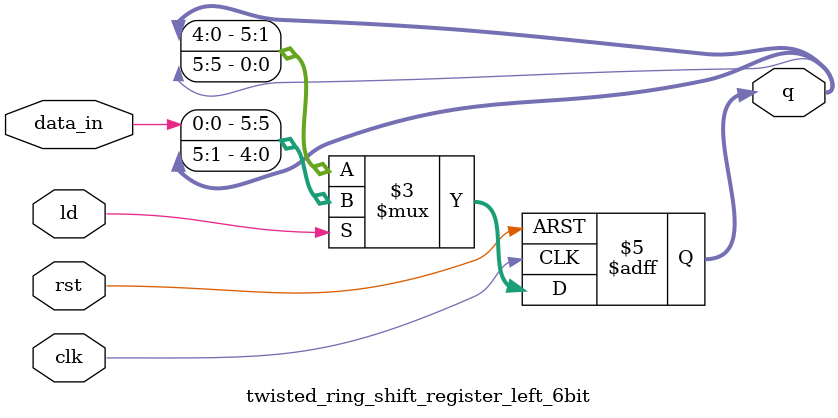
<source format=v>
module twisted_ring_shift_register_left_6bit(
    input clk,
    input rst,
    input ld, 
    input data_in, 
    output reg [5:0] q
);
    always @(posedge clk or posedge rst) begin
        if (rst)
            q <= 6'b0;
        else if (ld)
            q <= {data_in, q[5:1]};
        else
            q <= {q[4:0], q[5]};
    end
endmodule //end Guia_1404

</source>
